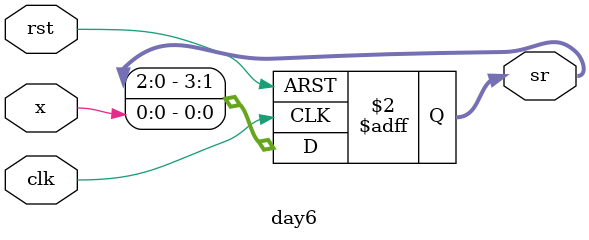
<source format=v>
module day6(clk,rst,x,sr);
  input     wire        clk;
  input     wire        rst;
  input     wire        x;    

  output    reg [3:0]   sr;

  always @(posedge clk or posedge rst)
    if (rst)
      sr <= 4'h0;
    else
      sr <= {sr[2:0], x};

endmodule

</source>
